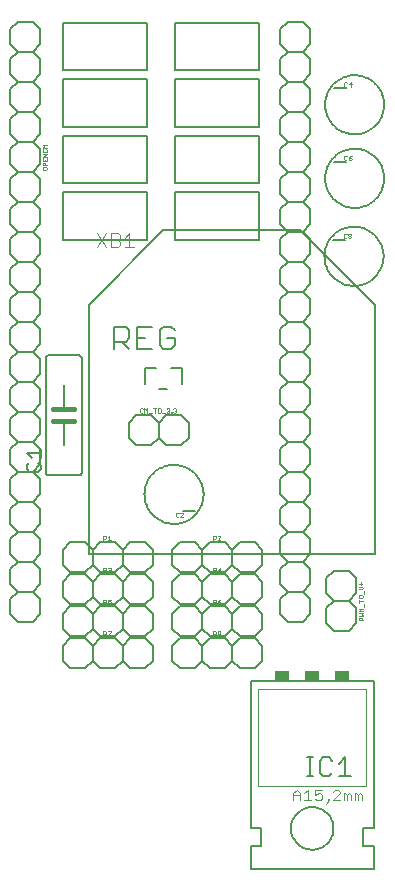
<source format=gto>
G75*
G70*
%OFA0B0*%
%FSLAX24Y24*%
%IPPOS*%
%LPD*%
%AMOC8*
5,1,8,0,0,1.08239X$1,22.5*
%
%ADD10C,0.0060*%
%ADD11C,0.0020*%
%ADD12C,0.0080*%
%ADD13C,0.0160*%
%ADD14C,0.0050*%
%ADD15C,0.0010*%
%ADD16C,0.0040*%
%ADD17C,0.0070*%
%ADD18R,0.0500X0.0350*%
D10*
X012204Y008880D02*
X012204Y009380D01*
X012454Y009630D01*
X012954Y009630D01*
X013204Y009380D01*
X013204Y008880D01*
X012954Y008630D01*
X012454Y008630D01*
X012204Y008880D01*
X012454Y009630D02*
X012204Y009880D01*
X012204Y010380D01*
X012454Y010630D01*
X012204Y010880D01*
X012204Y011380D01*
X012454Y011630D01*
X012204Y011880D01*
X012204Y012380D01*
X012454Y012630D01*
X012204Y012880D01*
X012204Y013380D01*
X012454Y013630D01*
X012204Y013880D01*
X012204Y014380D01*
X012454Y014630D01*
X012204Y014880D01*
X012204Y015380D01*
X012454Y015630D01*
X012204Y015880D01*
X012204Y016380D01*
X012454Y016630D01*
X012204Y016880D01*
X012204Y017380D01*
X012454Y017630D01*
X012204Y017880D01*
X012204Y018380D01*
X012454Y018630D01*
X012954Y018630D01*
X013204Y018380D01*
X013204Y017880D01*
X012954Y017630D01*
X013204Y017380D01*
X013204Y016880D01*
X012954Y016630D01*
X012454Y016630D01*
X012954Y016630D02*
X013204Y016380D01*
X013204Y015880D01*
X012954Y015630D01*
X013204Y015380D01*
X013204Y014880D01*
X012954Y014630D01*
X013204Y014380D01*
X013204Y013880D01*
X012954Y013630D01*
X013204Y013380D01*
X013204Y012880D01*
X012954Y012630D01*
X013204Y012380D01*
X013204Y011880D01*
X012954Y011630D01*
X013204Y011380D01*
X013204Y010880D01*
X012954Y010630D01*
X013204Y010380D01*
X013204Y009880D01*
X012954Y009630D01*
X012454Y009630D01*
X012454Y010630D02*
X012954Y010630D01*
X013944Y010534D02*
X014194Y010284D01*
X014694Y010284D01*
X014944Y010534D01*
X015194Y010284D01*
X015694Y010284D01*
X015944Y010534D01*
X015944Y011034D01*
X015694Y011284D01*
X015194Y011284D01*
X014944Y011034D01*
X014944Y010534D01*
X015194Y010221D02*
X015694Y010221D01*
X015944Y009971D01*
X015944Y009471D01*
X015694Y009221D01*
X015194Y009221D01*
X014944Y009471D01*
X014694Y009221D01*
X014194Y009221D01*
X013944Y009471D01*
X013944Y009971D01*
X014194Y010221D01*
X014694Y010221D01*
X014944Y009971D01*
X015194Y010221D01*
X014944Y009971D02*
X014944Y009471D01*
X015194Y009158D02*
X014944Y008908D01*
X014944Y008408D01*
X015194Y008158D01*
X015694Y008158D01*
X015944Y008408D01*
X015944Y008908D01*
X015694Y009158D01*
X015194Y009158D01*
X014944Y008908D02*
X014694Y009158D01*
X014194Y009158D01*
X013944Y008908D01*
X013944Y008408D01*
X014194Y008158D01*
X014694Y008158D01*
X014944Y008408D01*
X015194Y008095D02*
X015694Y008095D01*
X015944Y007845D01*
X015944Y007345D01*
X015694Y007095D01*
X015194Y007095D01*
X014944Y007345D01*
X014694Y007095D01*
X014194Y007095D01*
X013944Y007345D01*
X013944Y007845D01*
X014194Y008095D01*
X014694Y008095D01*
X014944Y007845D01*
X015194Y008095D01*
X014944Y007845D02*
X014944Y007345D01*
X015944Y007345D02*
X016194Y007095D01*
X016694Y007095D01*
X016944Y007345D01*
X016944Y007845D01*
X016694Y008095D01*
X016194Y008095D01*
X015944Y007845D01*
X016194Y008158D02*
X015944Y008408D01*
X016194Y008158D02*
X016694Y008158D01*
X016944Y008408D01*
X016944Y008908D01*
X016694Y009158D01*
X016194Y009158D01*
X015944Y008908D01*
X016194Y009221D02*
X015944Y009471D01*
X016194Y009221D02*
X016694Y009221D01*
X016944Y009471D01*
X016944Y009971D01*
X016694Y010221D01*
X016194Y010221D01*
X015944Y009971D01*
X016194Y010284D02*
X015944Y010534D01*
X016194Y010284D02*
X016694Y010284D01*
X016944Y010534D01*
X016944Y011034D01*
X016694Y011284D01*
X016194Y011284D01*
X015944Y011034D01*
X014944Y011034D02*
X014694Y011284D01*
X014194Y011284D01*
X013944Y011034D01*
X013944Y010534D01*
X012954Y011630D02*
X012454Y011630D01*
X012454Y012630D02*
X012954Y012630D01*
X012954Y013630D02*
X012454Y013630D01*
X013387Y013620D02*
X013387Y017420D01*
X013389Y017437D01*
X013393Y017454D01*
X013400Y017470D01*
X013410Y017484D01*
X013423Y017497D01*
X013437Y017507D01*
X013453Y017514D01*
X013470Y017518D01*
X013487Y017520D01*
X014487Y017520D01*
X014504Y017518D01*
X014521Y017514D01*
X014537Y017507D01*
X014551Y017497D01*
X014564Y017484D01*
X014574Y017470D01*
X014581Y017454D01*
X014585Y017437D01*
X014587Y017420D01*
X014587Y013620D01*
X014585Y013603D01*
X014581Y013586D01*
X014574Y013570D01*
X014564Y013556D01*
X014551Y013543D01*
X014537Y013533D01*
X014521Y013526D01*
X014504Y013522D01*
X014487Y013520D01*
X013487Y013520D01*
X013470Y013522D01*
X013453Y013526D01*
X013437Y013533D01*
X013423Y013543D01*
X013410Y013556D01*
X013400Y013570D01*
X013393Y013586D01*
X013389Y013603D01*
X013387Y013620D01*
X013987Y014520D02*
X013987Y015320D01*
X013987Y015720D02*
X013987Y016520D01*
X012954Y015630D02*
X012454Y015630D01*
X012454Y014630D02*
X012954Y014630D01*
X016145Y014778D02*
X016395Y014528D01*
X016895Y014528D01*
X017145Y014778D01*
X017395Y014528D01*
X017895Y014528D01*
X018145Y014778D01*
X018145Y015278D01*
X017895Y015528D01*
X017395Y015528D01*
X017145Y015278D01*
X017145Y014778D01*
X017145Y015278D02*
X016895Y015528D01*
X016395Y015528D01*
X016145Y015278D01*
X016145Y014778D01*
X017176Y016391D02*
X017436Y016391D01*
X017916Y016561D02*
X017916Y017091D01*
X017546Y017091D01*
X017066Y017091D02*
X016696Y017091D01*
X016696Y016561D01*
X013204Y018880D02*
X012954Y018630D01*
X012454Y018630D01*
X012204Y018880D01*
X012204Y019380D01*
X012454Y019630D01*
X012954Y019630D01*
X013204Y019380D01*
X013204Y018880D01*
X012954Y019630D02*
X012454Y019630D01*
X012204Y019880D01*
X012204Y020380D01*
X012454Y020630D01*
X012204Y020880D01*
X012204Y021380D01*
X012454Y021630D01*
X012204Y021880D01*
X012204Y022380D01*
X012454Y022630D01*
X012204Y022880D01*
X012204Y023380D01*
X012454Y023630D01*
X012204Y023880D01*
X012204Y024380D01*
X012454Y024630D01*
X012204Y024880D01*
X012204Y025380D01*
X012454Y025630D01*
X012204Y025880D01*
X012204Y026380D01*
X012454Y026630D01*
X012204Y026880D01*
X012204Y027380D01*
X012454Y027630D01*
X012204Y027880D01*
X012204Y028380D01*
X012454Y028630D01*
X012954Y028630D01*
X013204Y028380D01*
X013204Y027880D01*
X012954Y027630D01*
X013204Y027380D01*
X013204Y026880D01*
X012954Y026630D01*
X012454Y026630D01*
X012954Y026630D02*
X013204Y026380D01*
X013204Y025880D01*
X012954Y025630D01*
X013204Y025380D01*
X013204Y024880D01*
X012954Y024630D01*
X013204Y024380D01*
X013204Y023880D01*
X012954Y023630D01*
X013204Y023380D01*
X013204Y022880D01*
X012954Y022630D01*
X013204Y022380D01*
X013204Y021880D01*
X012954Y021630D01*
X013204Y021380D01*
X013204Y020880D01*
X012954Y020630D01*
X013204Y020380D01*
X013204Y019880D01*
X012954Y019630D01*
X012954Y020630D02*
X012454Y020630D01*
X012454Y021630D02*
X012954Y021630D01*
X012954Y022630D02*
X012454Y022630D01*
X012454Y023630D02*
X012954Y023630D01*
X012954Y024630D02*
X012454Y024630D01*
X012454Y025630D02*
X012954Y025630D01*
X012954Y027630D02*
X012454Y027630D01*
X021204Y027380D02*
X021204Y026880D01*
X021454Y026630D01*
X021954Y026630D01*
X022204Y026880D01*
X022204Y027380D01*
X021954Y027630D01*
X021454Y027630D01*
X021204Y027380D01*
X021454Y027630D02*
X021204Y027880D01*
X021204Y028380D01*
X021454Y028630D01*
X021954Y028630D01*
X022204Y028380D01*
X022204Y027880D01*
X021954Y027630D01*
X021954Y026630D02*
X022204Y026380D01*
X022204Y025880D01*
X021954Y025630D01*
X022204Y025380D01*
X022204Y024880D01*
X021954Y024630D01*
X022204Y024380D01*
X022204Y023880D01*
X021954Y023630D01*
X022204Y023380D01*
X022204Y022880D01*
X021954Y022630D01*
X022204Y022380D01*
X022204Y021880D01*
X021954Y021630D01*
X022204Y021380D01*
X022204Y020880D01*
X021954Y020630D01*
X022204Y020380D01*
X022204Y019880D01*
X021954Y019630D01*
X022204Y019380D01*
X022204Y018880D01*
X021954Y018630D01*
X022204Y018380D01*
X022204Y017880D01*
X021954Y017630D01*
X022204Y017380D01*
X022204Y016880D01*
X021954Y016630D01*
X021454Y016630D01*
X021204Y016880D01*
X021204Y017380D01*
X021454Y017630D01*
X021204Y017880D01*
X021204Y018380D01*
X021454Y018630D01*
X021954Y018630D01*
X021454Y018630D01*
X021204Y018880D01*
X021204Y019380D01*
X021454Y019630D01*
X021954Y019630D01*
X021454Y019630D01*
X021204Y019880D01*
X021204Y020380D01*
X021454Y020630D01*
X021204Y020880D01*
X021204Y021380D01*
X021454Y021630D01*
X021204Y021880D01*
X021204Y022380D01*
X021454Y022630D01*
X021204Y022880D01*
X021204Y023380D01*
X021454Y023630D01*
X021204Y023880D01*
X021204Y024380D01*
X021454Y024630D01*
X021204Y024880D01*
X021204Y025380D01*
X021454Y025630D01*
X021204Y025880D01*
X021204Y026380D01*
X021454Y026630D01*
X021454Y025630D02*
X021954Y025630D01*
X021954Y024630D02*
X021454Y024630D01*
X021454Y023630D02*
X021954Y023630D01*
X021954Y022630D02*
X021454Y022630D01*
X021454Y021630D02*
X021954Y021630D01*
X021954Y020630D02*
X021454Y020630D01*
X021454Y017630D02*
X021954Y017630D01*
X021954Y016630D02*
X022204Y016380D01*
X022204Y015880D01*
X021954Y015630D01*
X022204Y015380D01*
X022204Y014880D01*
X021954Y014630D01*
X022204Y014380D01*
X022204Y013880D01*
X021954Y013630D01*
X022204Y013380D01*
X022204Y012880D01*
X021954Y012630D01*
X022204Y012380D01*
X022204Y011880D01*
X021954Y011630D01*
X022204Y011380D01*
X022204Y010880D01*
X021954Y010630D01*
X022204Y010380D01*
X022204Y009880D01*
X021954Y009630D01*
X022204Y009380D01*
X022204Y008880D01*
X021954Y008630D01*
X021454Y008630D01*
X021204Y008880D01*
X021204Y009380D01*
X021454Y009630D01*
X021954Y009630D01*
X021454Y009630D01*
X021204Y009880D01*
X021204Y010380D01*
X021454Y010630D01*
X021204Y010880D01*
X021204Y011380D01*
X021454Y011630D01*
X021204Y011880D01*
X021204Y012380D01*
X021454Y012630D01*
X021204Y012880D01*
X021204Y013380D01*
X021454Y013630D01*
X021204Y013880D01*
X021204Y014380D01*
X021454Y014630D01*
X021204Y014880D01*
X021204Y015380D01*
X021454Y015630D01*
X021204Y015880D01*
X021204Y016380D01*
X021454Y016630D01*
X021454Y015630D02*
X021954Y015630D01*
X021954Y014630D02*
X021454Y014630D01*
X021454Y013630D02*
X021954Y013630D01*
X021954Y012630D02*
X021454Y012630D01*
X021454Y011630D02*
X021954Y011630D01*
X020605Y011034D02*
X020605Y010534D01*
X020355Y010284D01*
X019855Y010284D01*
X019605Y010534D01*
X019355Y010284D01*
X018855Y010284D01*
X018605Y010534D01*
X018355Y010284D01*
X017855Y010284D01*
X017605Y010534D01*
X017605Y011034D01*
X017855Y011284D01*
X018355Y011284D01*
X018605Y011034D01*
X018855Y011284D01*
X019355Y011284D01*
X019605Y011034D01*
X019605Y010534D01*
X019355Y010221D02*
X018855Y010221D01*
X018605Y009971D01*
X018605Y009471D01*
X018855Y009221D01*
X019355Y009221D01*
X019605Y009471D01*
X019605Y009971D01*
X019355Y010221D01*
X019605Y009971D02*
X019855Y010221D01*
X020355Y010221D01*
X020605Y009971D01*
X020605Y009471D01*
X020355Y009221D01*
X019855Y009221D01*
X019605Y009471D01*
X019355Y009158D02*
X018855Y009158D01*
X018605Y008908D01*
X018605Y008408D01*
X018855Y008158D01*
X019355Y008158D01*
X019605Y008408D01*
X019605Y008908D01*
X019355Y009158D01*
X019605Y008908D02*
X019855Y009158D01*
X020355Y009158D01*
X020605Y008908D01*
X020605Y008408D01*
X020355Y008158D01*
X019855Y008158D01*
X019605Y008408D01*
X019355Y008095D02*
X018855Y008095D01*
X018605Y007845D01*
X018605Y007345D01*
X018855Y007095D01*
X019355Y007095D01*
X019605Y007345D01*
X019605Y007845D01*
X019355Y008095D01*
X019605Y007845D02*
X019855Y008095D01*
X020355Y008095D01*
X020605Y007845D01*
X020605Y007345D01*
X020355Y007095D01*
X019855Y007095D01*
X019605Y007345D01*
X018605Y007345D02*
X018355Y007095D01*
X017855Y007095D01*
X017605Y007345D01*
X017605Y007845D01*
X017855Y008095D01*
X018355Y008095D01*
X018605Y007845D01*
X018355Y008158D02*
X017855Y008158D01*
X017605Y008408D01*
X017605Y008908D01*
X017855Y009158D01*
X018355Y009158D01*
X018605Y008908D01*
X018355Y009221D02*
X017855Y009221D01*
X017605Y009471D01*
X017605Y009971D01*
X017855Y010221D01*
X018355Y010221D01*
X018605Y009971D01*
X018605Y009471D02*
X018355Y009221D01*
X018605Y008408D02*
X018355Y008158D01*
X020217Y006650D02*
X020217Y001750D01*
X020567Y001750D01*
X020567Y001150D01*
X020217Y001150D01*
X020217Y000400D01*
X024317Y000400D01*
X024317Y001150D01*
X023967Y001150D01*
X023967Y001750D01*
X024317Y001750D01*
X024317Y006650D01*
X020217Y006650D01*
X022739Y008589D02*
X022739Y009089D01*
X022989Y009339D01*
X022739Y009589D01*
X022739Y010089D01*
X022989Y010339D01*
X023489Y010339D01*
X023739Y010089D01*
X023739Y009589D01*
X023489Y009339D01*
X023739Y009089D01*
X023739Y008589D01*
X023489Y008339D01*
X022989Y008339D01*
X022739Y008589D01*
X022989Y009339D02*
X023489Y009339D01*
X021954Y010630D02*
X021454Y010630D01*
X020605Y011034D02*
X020355Y011284D01*
X019855Y011284D01*
X019605Y011034D01*
X018605Y011034D02*
X018605Y010534D01*
X012954Y017630D02*
X012454Y017630D01*
X021557Y001750D02*
X021559Y001803D01*
X021565Y001856D01*
X021575Y001908D01*
X021589Y001959D01*
X021606Y002009D01*
X021627Y002058D01*
X021652Y002105D01*
X021680Y002150D01*
X021712Y002193D01*
X021747Y002233D01*
X021784Y002270D01*
X021824Y002305D01*
X021867Y002337D01*
X021912Y002365D01*
X021959Y002390D01*
X022008Y002411D01*
X022058Y002428D01*
X022109Y002442D01*
X022161Y002452D01*
X022214Y002458D01*
X022267Y002460D01*
X022320Y002458D01*
X022373Y002452D01*
X022425Y002442D01*
X022476Y002428D01*
X022526Y002411D01*
X022575Y002390D01*
X022622Y002365D01*
X022667Y002337D01*
X022710Y002305D01*
X022750Y002270D01*
X022787Y002233D01*
X022822Y002193D01*
X022854Y002150D01*
X022882Y002105D01*
X022907Y002058D01*
X022928Y002009D01*
X022945Y001959D01*
X022959Y001908D01*
X022969Y001856D01*
X022975Y001803D01*
X022977Y001750D01*
X022975Y001697D01*
X022969Y001644D01*
X022959Y001592D01*
X022945Y001541D01*
X022928Y001491D01*
X022907Y001442D01*
X022882Y001395D01*
X022854Y001350D01*
X022822Y001307D01*
X022787Y001267D01*
X022750Y001230D01*
X022710Y001195D01*
X022667Y001163D01*
X022622Y001135D01*
X022575Y001110D01*
X022526Y001089D01*
X022476Y001072D01*
X022425Y001058D01*
X022373Y001048D01*
X022320Y001042D01*
X022267Y001040D01*
X022214Y001042D01*
X022161Y001048D01*
X022109Y001058D01*
X022058Y001072D01*
X022008Y001089D01*
X021959Y001110D01*
X021912Y001135D01*
X021867Y001163D01*
X021824Y001195D01*
X021784Y001230D01*
X021747Y001267D01*
X021712Y001307D01*
X021680Y001350D01*
X021652Y001395D01*
X021627Y001442D01*
X021606Y001491D01*
X021589Y001541D01*
X021575Y001592D01*
X021565Y001644D01*
X021559Y001697D01*
X021557Y001750D01*
D11*
X020467Y003150D02*
X024067Y003150D01*
X024067Y006400D01*
X020467Y006400D01*
X020467Y003150D01*
X019185Y008175D02*
X019139Y008175D01*
X019115Y008198D01*
X019115Y008222D01*
X019139Y008245D01*
X019185Y008245D01*
X019209Y008222D01*
X019209Y008198D01*
X019185Y008175D01*
X019185Y008245D02*
X019209Y008268D01*
X019209Y008292D01*
X019185Y008315D01*
X019139Y008315D01*
X019115Y008292D01*
X019115Y008268D01*
X019139Y008245D01*
X019061Y008245D02*
X019038Y008222D01*
X018968Y008222D01*
X018968Y008175D02*
X018968Y008315D01*
X019038Y008315D01*
X019061Y008292D01*
X019061Y008245D01*
X019139Y009238D02*
X019185Y009238D01*
X019209Y009261D01*
X019209Y009285D01*
X019185Y009308D01*
X019115Y009308D01*
X019115Y009261D01*
X019139Y009238D01*
X019115Y009308D02*
X019162Y009355D01*
X019209Y009378D01*
X019061Y009355D02*
X019061Y009308D01*
X019038Y009285D01*
X018968Y009285D01*
X018968Y009238D02*
X018968Y009378D01*
X019038Y009378D01*
X019061Y009355D01*
X018968Y010301D02*
X018968Y010441D01*
X019038Y010441D01*
X019061Y010418D01*
X019061Y010371D01*
X019038Y010348D01*
X018968Y010348D01*
X019115Y010371D02*
X019209Y010371D01*
X019185Y010441D02*
X019115Y010371D01*
X019185Y010301D02*
X019185Y010441D01*
X019209Y011364D02*
X019115Y011364D01*
X019209Y011457D01*
X019209Y011481D01*
X019185Y011504D01*
X019139Y011504D01*
X019115Y011481D01*
X019061Y011481D02*
X019061Y011434D01*
X019038Y011411D01*
X018968Y011411D01*
X018968Y011364D02*
X018968Y011504D01*
X019038Y011504D01*
X019061Y011481D01*
X015547Y011364D02*
X015454Y011364D01*
X015500Y011364D02*
X015500Y011504D01*
X015454Y011457D01*
X015400Y011434D02*
X015377Y011411D01*
X015306Y011411D01*
X015306Y011364D02*
X015306Y011504D01*
X015377Y011504D01*
X015400Y011481D01*
X015400Y011434D01*
X015377Y010441D02*
X015400Y010418D01*
X015400Y010371D01*
X015377Y010348D01*
X015306Y010348D01*
X015306Y010301D02*
X015306Y010441D01*
X015377Y010441D01*
X015454Y010418D02*
X015477Y010441D01*
X015524Y010441D01*
X015547Y010418D01*
X015547Y010394D01*
X015524Y010371D01*
X015547Y010348D01*
X015547Y010324D01*
X015524Y010301D01*
X015477Y010301D01*
X015454Y010324D01*
X015500Y010371D02*
X015524Y010371D01*
X015547Y009378D02*
X015454Y009378D01*
X015454Y009308D01*
X015500Y009331D01*
X015524Y009331D01*
X015547Y009308D01*
X015547Y009261D01*
X015524Y009238D01*
X015477Y009238D01*
X015454Y009261D01*
X015400Y009308D02*
X015377Y009285D01*
X015306Y009285D01*
X015306Y009238D02*
X015306Y009378D01*
X015377Y009378D01*
X015400Y009355D01*
X015400Y009308D01*
X015377Y008315D02*
X015400Y008292D01*
X015400Y008245D01*
X015377Y008222D01*
X015306Y008222D01*
X015306Y008175D02*
X015306Y008315D01*
X015377Y008315D01*
X015454Y008315D02*
X015547Y008315D01*
X015547Y008292D01*
X015454Y008198D01*
X015454Y008175D01*
X023819Y008686D02*
X023819Y008756D01*
X023842Y008779D01*
X023889Y008779D01*
X023912Y008756D01*
X023912Y008686D01*
X023959Y008686D02*
X023819Y008686D01*
X023819Y008833D02*
X023959Y008833D01*
X023912Y008880D01*
X023959Y008927D01*
X023819Y008927D01*
X023819Y008981D02*
X023866Y009027D01*
X023819Y009074D01*
X023959Y009074D01*
X023982Y009128D02*
X023982Y009221D01*
X023959Y009322D02*
X023819Y009322D01*
X023819Y009275D02*
X023819Y009369D01*
X023842Y009423D02*
X023936Y009423D01*
X023959Y009446D01*
X023959Y009493D01*
X023936Y009516D01*
X023842Y009516D01*
X023819Y009493D01*
X023819Y009446D01*
X023842Y009423D01*
X023982Y009570D02*
X023982Y009663D01*
X023912Y009717D02*
X023959Y009764D01*
X023912Y009811D01*
X023819Y009811D01*
X023889Y009865D02*
X023889Y009958D01*
X023842Y009911D02*
X023936Y009911D01*
X023912Y009717D02*
X023819Y009717D01*
X023819Y008981D02*
X023959Y008981D01*
X017703Y015608D02*
X017657Y015608D01*
X017633Y015631D01*
X017583Y015631D02*
X017583Y015608D01*
X017560Y015608D01*
X017560Y015631D01*
X017583Y015631D01*
X017506Y015631D02*
X017482Y015608D01*
X017436Y015608D01*
X017412Y015631D01*
X017459Y015678D02*
X017482Y015678D01*
X017506Y015655D01*
X017506Y015631D01*
X017482Y015678D02*
X017506Y015701D01*
X017506Y015725D01*
X017482Y015748D01*
X017436Y015748D01*
X017412Y015725D01*
X017358Y015585D02*
X017265Y015585D01*
X017211Y015631D02*
X017211Y015725D01*
X017188Y015748D01*
X017141Y015748D01*
X017118Y015725D01*
X017118Y015631D01*
X017141Y015608D01*
X017188Y015608D01*
X017211Y015631D01*
X017064Y015748D02*
X016970Y015748D01*
X017017Y015748D02*
X017017Y015608D01*
X016916Y015585D02*
X016823Y015585D01*
X016769Y015608D02*
X016769Y015748D01*
X016722Y015701D01*
X016676Y015748D01*
X016676Y015608D01*
X016622Y015631D02*
X016598Y015608D01*
X016552Y015608D01*
X016528Y015631D01*
X016528Y015725D01*
X016552Y015748D01*
X016598Y015748D01*
X016622Y015725D01*
X017633Y015725D02*
X017657Y015748D01*
X017703Y015748D01*
X017727Y015725D01*
X017727Y015701D01*
X017703Y015678D01*
X017727Y015655D01*
X017727Y015631D01*
X017703Y015608D01*
X017703Y015678D02*
X017680Y015678D01*
X013400Y023698D02*
X013424Y023722D01*
X013424Y023768D01*
X013400Y023792D01*
X013307Y023792D01*
X013284Y023768D01*
X013284Y023722D01*
X013307Y023698D01*
X013400Y023698D01*
X013377Y023846D02*
X013377Y023916D01*
X013354Y023939D01*
X013307Y023939D01*
X013284Y023916D01*
X013284Y023846D01*
X013424Y023846D01*
X013424Y023993D02*
X013424Y024086D01*
X013424Y024140D02*
X013284Y024140D01*
X013424Y024234D01*
X013284Y024234D01*
X013307Y024288D02*
X013400Y024288D01*
X013424Y024311D01*
X013424Y024358D01*
X013400Y024381D01*
X013424Y024435D02*
X013284Y024435D01*
X013330Y024482D01*
X013284Y024528D01*
X013424Y024528D01*
X013307Y024381D02*
X013284Y024358D01*
X013284Y024311D01*
X013307Y024288D01*
X013284Y024086D02*
X013284Y023993D01*
X013424Y023993D01*
X013354Y023993D02*
X013354Y024040D01*
D12*
X017308Y021683D02*
X021855Y021683D01*
X024345Y019193D01*
X024345Y010896D01*
X014818Y010896D01*
X014818Y019193D01*
X017308Y021683D01*
X017310Y018471D02*
X017186Y018348D01*
X017186Y017854D01*
X017310Y017731D01*
X017556Y017731D01*
X017680Y017854D01*
X017680Y018101D01*
X017433Y018101D01*
X017680Y018348D02*
X017556Y018471D01*
X017310Y018471D01*
X016925Y018471D02*
X016431Y018471D01*
X016431Y017731D01*
X016925Y017731D01*
X016678Y018101D02*
X016431Y018101D01*
X016170Y018101D02*
X016046Y017977D01*
X015676Y017977D01*
X015676Y017731D02*
X015676Y018471D01*
X016046Y018471D01*
X016170Y018348D01*
X016170Y018101D01*
X015923Y017977D02*
X016170Y017731D01*
X016676Y012882D02*
X016678Y012944D01*
X016684Y013007D01*
X016694Y013068D01*
X016708Y013129D01*
X016725Y013189D01*
X016746Y013248D01*
X016772Y013305D01*
X016800Y013360D01*
X016832Y013414D01*
X016868Y013465D01*
X016906Y013515D01*
X016948Y013561D01*
X016992Y013605D01*
X017040Y013646D01*
X017089Y013684D01*
X017141Y013718D01*
X017195Y013749D01*
X017251Y013777D01*
X017309Y013801D01*
X017368Y013822D01*
X017428Y013838D01*
X017489Y013851D01*
X017551Y013860D01*
X017613Y013865D01*
X017676Y013866D01*
X017738Y013863D01*
X017800Y013856D01*
X017862Y013845D01*
X017922Y013830D01*
X017982Y013812D01*
X018040Y013790D01*
X018097Y013764D01*
X018152Y013734D01*
X018205Y013701D01*
X018256Y013665D01*
X018304Y013626D01*
X018350Y013583D01*
X018393Y013538D01*
X018433Y013490D01*
X018470Y013440D01*
X018504Y013387D01*
X018535Y013333D01*
X018561Y013277D01*
X018585Y013219D01*
X018604Y013159D01*
X018620Y013099D01*
X018632Y013037D01*
X018640Y012976D01*
X018644Y012913D01*
X018644Y012851D01*
X018640Y012788D01*
X018632Y012727D01*
X018620Y012665D01*
X018604Y012605D01*
X018585Y012545D01*
X018561Y012487D01*
X018535Y012431D01*
X018504Y012377D01*
X018470Y012324D01*
X018433Y012274D01*
X018393Y012226D01*
X018350Y012181D01*
X018304Y012138D01*
X018256Y012099D01*
X018205Y012063D01*
X018152Y012030D01*
X018097Y012000D01*
X018040Y011974D01*
X017982Y011952D01*
X017922Y011934D01*
X017862Y011919D01*
X017800Y011908D01*
X017738Y011901D01*
X017676Y011898D01*
X017613Y011899D01*
X017551Y011904D01*
X017489Y011913D01*
X017428Y011926D01*
X017368Y011942D01*
X017309Y011963D01*
X017251Y011987D01*
X017195Y012015D01*
X017141Y012046D01*
X017089Y012080D01*
X017040Y012118D01*
X016992Y012159D01*
X016948Y012203D01*
X016906Y012249D01*
X016868Y012299D01*
X016832Y012350D01*
X016800Y012404D01*
X016772Y012459D01*
X016746Y012516D01*
X016725Y012575D01*
X016708Y012635D01*
X016694Y012696D01*
X016684Y012757D01*
X016678Y012820D01*
X016676Y012882D01*
X017960Y012332D02*
X018360Y012332D01*
X022676Y020819D02*
X022678Y020881D01*
X022684Y020944D01*
X022694Y021005D01*
X022708Y021066D01*
X022725Y021126D01*
X022746Y021185D01*
X022772Y021242D01*
X022800Y021297D01*
X022832Y021351D01*
X022868Y021402D01*
X022906Y021452D01*
X022948Y021498D01*
X022992Y021542D01*
X023040Y021583D01*
X023089Y021621D01*
X023141Y021655D01*
X023195Y021686D01*
X023251Y021714D01*
X023309Y021738D01*
X023368Y021759D01*
X023428Y021775D01*
X023489Y021788D01*
X023551Y021797D01*
X023613Y021802D01*
X023676Y021803D01*
X023738Y021800D01*
X023800Y021793D01*
X023862Y021782D01*
X023922Y021767D01*
X023982Y021749D01*
X024040Y021727D01*
X024097Y021701D01*
X024152Y021671D01*
X024205Y021638D01*
X024256Y021602D01*
X024304Y021563D01*
X024350Y021520D01*
X024393Y021475D01*
X024433Y021427D01*
X024470Y021377D01*
X024504Y021324D01*
X024535Y021270D01*
X024561Y021214D01*
X024585Y021156D01*
X024604Y021096D01*
X024620Y021036D01*
X024632Y020974D01*
X024640Y020913D01*
X024644Y020850D01*
X024644Y020788D01*
X024640Y020725D01*
X024632Y020664D01*
X024620Y020602D01*
X024604Y020542D01*
X024585Y020482D01*
X024561Y020424D01*
X024535Y020368D01*
X024504Y020314D01*
X024470Y020261D01*
X024433Y020211D01*
X024393Y020163D01*
X024350Y020118D01*
X024304Y020075D01*
X024256Y020036D01*
X024205Y020000D01*
X024152Y019967D01*
X024097Y019937D01*
X024040Y019911D01*
X023982Y019889D01*
X023922Y019871D01*
X023862Y019856D01*
X023800Y019845D01*
X023738Y019838D01*
X023676Y019835D01*
X023613Y019836D01*
X023551Y019841D01*
X023489Y019850D01*
X023428Y019863D01*
X023368Y019879D01*
X023309Y019900D01*
X023251Y019924D01*
X023195Y019952D01*
X023141Y019983D01*
X023089Y020017D01*
X023040Y020055D01*
X022992Y020096D01*
X022948Y020140D01*
X022906Y020186D01*
X022868Y020236D01*
X022832Y020287D01*
X022800Y020341D01*
X022772Y020396D01*
X022746Y020453D01*
X022725Y020512D01*
X022708Y020572D01*
X022694Y020633D01*
X022684Y020694D01*
X022678Y020757D01*
X022676Y020819D01*
X022960Y021369D02*
X023360Y021369D01*
X022696Y023418D02*
X022698Y023480D01*
X022704Y023543D01*
X022714Y023604D01*
X022728Y023665D01*
X022745Y023725D01*
X022766Y023784D01*
X022792Y023841D01*
X022820Y023896D01*
X022852Y023950D01*
X022888Y024001D01*
X022926Y024051D01*
X022968Y024097D01*
X023012Y024141D01*
X023060Y024182D01*
X023109Y024220D01*
X023161Y024254D01*
X023215Y024285D01*
X023271Y024313D01*
X023329Y024337D01*
X023388Y024358D01*
X023448Y024374D01*
X023509Y024387D01*
X023571Y024396D01*
X023633Y024401D01*
X023696Y024402D01*
X023758Y024399D01*
X023820Y024392D01*
X023882Y024381D01*
X023942Y024366D01*
X024002Y024348D01*
X024060Y024326D01*
X024117Y024300D01*
X024172Y024270D01*
X024225Y024237D01*
X024276Y024201D01*
X024324Y024162D01*
X024370Y024119D01*
X024413Y024074D01*
X024453Y024026D01*
X024490Y023976D01*
X024524Y023923D01*
X024555Y023869D01*
X024581Y023813D01*
X024605Y023755D01*
X024624Y023695D01*
X024640Y023635D01*
X024652Y023573D01*
X024660Y023512D01*
X024664Y023449D01*
X024664Y023387D01*
X024660Y023324D01*
X024652Y023263D01*
X024640Y023201D01*
X024624Y023141D01*
X024605Y023081D01*
X024581Y023023D01*
X024555Y022967D01*
X024524Y022913D01*
X024490Y022860D01*
X024453Y022810D01*
X024413Y022762D01*
X024370Y022717D01*
X024324Y022674D01*
X024276Y022635D01*
X024225Y022599D01*
X024172Y022566D01*
X024117Y022536D01*
X024060Y022510D01*
X024002Y022488D01*
X023942Y022470D01*
X023882Y022455D01*
X023820Y022444D01*
X023758Y022437D01*
X023696Y022434D01*
X023633Y022435D01*
X023571Y022440D01*
X023509Y022449D01*
X023448Y022462D01*
X023388Y022478D01*
X023329Y022499D01*
X023271Y022523D01*
X023215Y022551D01*
X023161Y022582D01*
X023109Y022616D01*
X023060Y022654D01*
X023012Y022695D01*
X022968Y022739D01*
X022926Y022785D01*
X022888Y022835D01*
X022852Y022886D01*
X022820Y022940D01*
X022792Y022995D01*
X022766Y023052D01*
X022745Y023111D01*
X022728Y023171D01*
X022714Y023232D01*
X022704Y023293D01*
X022698Y023356D01*
X022696Y023418D01*
X022980Y023968D02*
X023380Y023968D01*
X022696Y025870D02*
X022698Y025932D01*
X022704Y025995D01*
X022714Y026056D01*
X022728Y026117D01*
X022745Y026177D01*
X022766Y026236D01*
X022792Y026293D01*
X022820Y026348D01*
X022852Y026402D01*
X022888Y026453D01*
X022926Y026503D01*
X022968Y026549D01*
X023012Y026593D01*
X023060Y026634D01*
X023109Y026672D01*
X023161Y026706D01*
X023215Y026737D01*
X023271Y026765D01*
X023329Y026789D01*
X023388Y026810D01*
X023448Y026826D01*
X023509Y026839D01*
X023571Y026848D01*
X023633Y026853D01*
X023696Y026854D01*
X023758Y026851D01*
X023820Y026844D01*
X023882Y026833D01*
X023942Y026818D01*
X024002Y026800D01*
X024060Y026778D01*
X024117Y026752D01*
X024172Y026722D01*
X024225Y026689D01*
X024276Y026653D01*
X024324Y026614D01*
X024370Y026571D01*
X024413Y026526D01*
X024453Y026478D01*
X024490Y026428D01*
X024524Y026375D01*
X024555Y026321D01*
X024581Y026265D01*
X024605Y026207D01*
X024624Y026147D01*
X024640Y026087D01*
X024652Y026025D01*
X024660Y025964D01*
X024664Y025901D01*
X024664Y025839D01*
X024660Y025776D01*
X024652Y025715D01*
X024640Y025653D01*
X024624Y025593D01*
X024605Y025533D01*
X024581Y025475D01*
X024555Y025419D01*
X024524Y025365D01*
X024490Y025312D01*
X024453Y025262D01*
X024413Y025214D01*
X024370Y025169D01*
X024324Y025126D01*
X024276Y025087D01*
X024225Y025051D01*
X024172Y025018D01*
X024117Y024988D01*
X024060Y024962D01*
X024002Y024940D01*
X023942Y024922D01*
X023882Y024907D01*
X023820Y024896D01*
X023758Y024889D01*
X023696Y024886D01*
X023633Y024887D01*
X023571Y024892D01*
X023509Y024901D01*
X023448Y024914D01*
X023388Y024930D01*
X023329Y024951D01*
X023271Y024975D01*
X023215Y025003D01*
X023161Y025034D01*
X023109Y025068D01*
X023060Y025106D01*
X023012Y025147D01*
X022968Y025191D01*
X022926Y025237D01*
X022888Y025287D01*
X022852Y025338D01*
X022820Y025392D01*
X022792Y025447D01*
X022766Y025504D01*
X022745Y025563D01*
X022728Y025623D01*
X022714Y025684D01*
X022704Y025745D01*
X022698Y025808D01*
X022696Y025870D01*
X022980Y026420D02*
X023380Y026420D01*
D13*
X014337Y015720D02*
X013987Y015720D01*
X013637Y015720D01*
X013637Y015320D02*
X013987Y015320D01*
X014337Y015320D01*
D14*
X013212Y014406D02*
X013212Y014105D01*
X013212Y014256D02*
X012762Y014256D01*
X012912Y014105D01*
X012837Y013945D02*
X012762Y013870D01*
X012762Y013720D01*
X012837Y013645D01*
X013137Y013645D01*
X013212Y013720D01*
X013212Y013870D01*
X013137Y013945D01*
X013963Y021374D02*
X016759Y021374D01*
X016759Y022949D01*
X013963Y022949D01*
X013963Y021374D01*
X013963Y023256D02*
X016759Y023256D01*
X016759Y024831D01*
X013963Y024831D01*
X013963Y023256D01*
X013963Y025138D02*
X016759Y025138D01*
X016759Y026713D01*
X013963Y026713D01*
X013963Y025138D01*
X013963Y027020D02*
X016759Y027020D01*
X016759Y028595D01*
X013963Y028595D01*
X013963Y027020D01*
X017700Y027020D02*
X020495Y027020D01*
X020495Y028595D01*
X017700Y028595D01*
X017700Y027020D01*
X017700Y026713D02*
X017700Y025138D01*
X020495Y025138D01*
X020495Y026713D01*
X017700Y026713D01*
X017700Y024831D02*
X017700Y023256D01*
X020495Y023256D01*
X020495Y024831D01*
X017700Y024831D01*
X017700Y022949D02*
X017700Y021374D01*
X020495Y021374D01*
X020495Y022949D01*
X017700Y022949D01*
D15*
X023335Y024048D02*
X023360Y024023D01*
X023410Y024023D01*
X023435Y024048D01*
X023482Y024048D02*
X023507Y024023D01*
X023557Y024023D01*
X023582Y024048D01*
X023582Y024073D01*
X023557Y024098D01*
X023482Y024098D01*
X023482Y024048D01*
X023482Y024098D02*
X023532Y024148D01*
X023582Y024173D01*
X023435Y024148D02*
X023410Y024173D01*
X023360Y024173D01*
X023335Y024148D01*
X023335Y024048D01*
X023360Y026475D02*
X023410Y026475D01*
X023435Y026500D01*
X023482Y026551D02*
X023582Y026551D01*
X023557Y026626D02*
X023482Y026551D01*
X023435Y026601D02*
X023410Y026626D01*
X023360Y026626D01*
X023335Y026601D01*
X023335Y026500D01*
X023360Y026475D01*
X023557Y026475D02*
X023557Y026626D01*
X023538Y021574D02*
X023563Y021549D01*
X023563Y021524D01*
X023538Y021499D01*
X023488Y021499D01*
X023463Y021524D01*
X023463Y021549D01*
X023488Y021574D01*
X023538Y021574D01*
X023538Y021499D02*
X023563Y021474D01*
X023563Y021449D01*
X023538Y021424D01*
X023488Y021424D01*
X023463Y021449D01*
X023463Y021474D01*
X023488Y021499D01*
X023415Y021449D02*
X023390Y021424D01*
X023340Y021424D01*
X023315Y021449D01*
X023315Y021549D01*
X023340Y021574D01*
X023390Y021574D01*
X023415Y021549D01*
X017943Y012277D02*
X017893Y012277D01*
X017868Y012252D01*
X017821Y012252D02*
X017796Y012277D01*
X017746Y012277D01*
X017721Y012252D01*
X017721Y012152D01*
X017746Y012127D01*
X017796Y012127D01*
X017821Y012152D01*
X017868Y012127D02*
X017968Y012227D01*
X017968Y012252D01*
X017943Y012277D01*
X017968Y012127D02*
X017868Y012127D01*
D16*
X016329Y021131D02*
X016022Y021131D01*
X016176Y021131D02*
X016176Y021591D01*
X016022Y021438D01*
X015869Y021438D02*
X015792Y021361D01*
X015562Y021361D01*
X015562Y021131D02*
X015562Y021591D01*
X015792Y021591D01*
X015869Y021514D01*
X015869Y021438D01*
X015792Y021361D02*
X015869Y021284D01*
X015869Y021207D01*
X015792Y021131D01*
X015562Y021131D01*
X015409Y021131D02*
X015102Y021591D01*
X015409Y021591D02*
X015102Y021131D01*
X021759Y003030D02*
X021643Y002914D01*
X021643Y002680D01*
X021643Y002855D02*
X021876Y002855D01*
X021876Y002914D02*
X021876Y002680D01*
X022002Y002680D02*
X022235Y002680D01*
X022118Y002680D02*
X022118Y003030D01*
X022002Y002914D01*
X021876Y002914D02*
X021759Y003030D01*
X022361Y003030D02*
X022361Y002855D01*
X022478Y002914D01*
X022536Y002914D01*
X022594Y002855D01*
X022594Y002738D01*
X022536Y002680D01*
X022419Y002680D01*
X022361Y002738D01*
X022361Y003030D02*
X022594Y003030D01*
X022778Y002738D02*
X022778Y002680D01*
X022837Y002680D01*
X022837Y002738D01*
X022778Y002738D01*
X022837Y002680D02*
X022720Y002563D01*
X022959Y002680D02*
X023193Y002914D01*
X023193Y002972D01*
X023134Y003030D01*
X023018Y003030D01*
X022959Y002972D01*
X022959Y002680D02*
X023193Y002680D01*
X023318Y002680D02*
X023318Y002914D01*
X023377Y002914D01*
X023435Y002855D01*
X023494Y002914D01*
X023552Y002855D01*
X023552Y002680D01*
X023435Y002680D02*
X023435Y002855D01*
X023678Y002914D02*
X023736Y002914D01*
X023794Y002855D01*
X023853Y002914D01*
X023911Y002855D01*
X023911Y002680D01*
X023794Y002680D02*
X023794Y002855D01*
X023678Y002914D02*
X023678Y002680D01*
D17*
X023577Y003485D02*
X023157Y003485D01*
X023367Y003485D02*
X023367Y004116D01*
X023157Y003905D01*
X022933Y004010D02*
X022828Y004116D01*
X022618Y004116D01*
X022513Y004010D01*
X022513Y003590D01*
X022618Y003485D01*
X022828Y003485D01*
X022933Y003590D01*
X022293Y003485D02*
X022083Y003485D01*
X022188Y003485D02*
X022188Y004116D01*
X022083Y004116D02*
X022293Y004116D01*
D18*
X022267Y006825D03*
X023267Y006825D03*
X021267Y006825D03*
M02*

</source>
